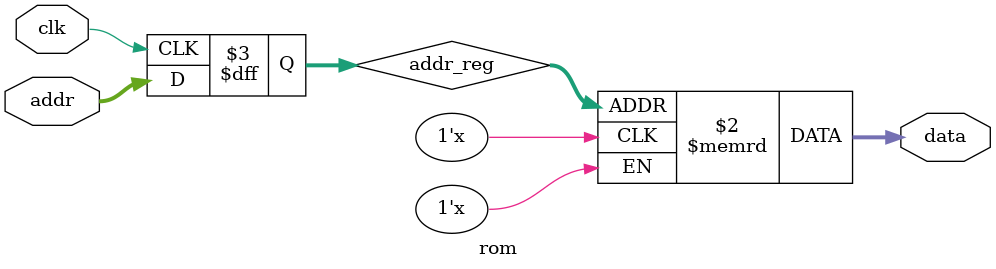
<source format=v>
module rom
    #(
      parameter ADDR_WIDTH = 8,
                DATA_WIDTH = 32,
                INIT_FILE = ""
    )
    (
     input wire clk, 
     input wire [ADDR_WIDTH-1:0] addr,
     output wire [DATA_WIDTH-1:0] data
    );

    // signal declaration
    reg [DATA_WIDTH-1:0] rom [2**ADDR_WIDTH-1:0];
    reg [ADDR_WIDTH-1:0] addr_reg;

    // body
    always @(posedge clk)
        addr_reg <= addr;
    // read operation (synchronous)
    assign data = rom[addr_reg];
    // initial data
    generate if(INIT_FILE != "") 
    initial
        $readmemh(INIT_FILE, rom);
    endgenerate

endmodule

</source>
